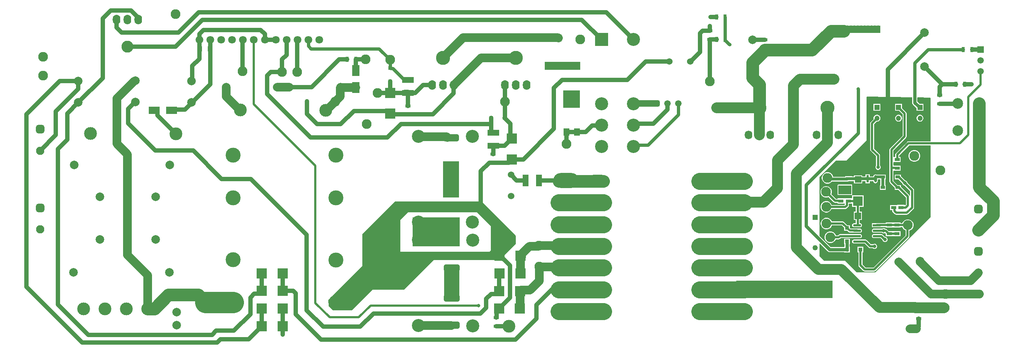
<source format=gbr>
%TF.GenerationSoftware,Altium Limited,Altium Designer,24.3.1 (35)*%
G04 Layer_Physical_Order=2*
G04 Layer_Color=16711680*
%FSLAX43Y43*%
%MOMM*%
%TF.SameCoordinates,2EF1D394-34E5-4190-8ABA-250447B0B6E5*%
%TF.FilePolarity,Positive*%
%TF.FileFunction,Copper,L2,Bot,Signal*%
%TF.Part,Single*%
G01*
G75*
%TA.AperFunction,Conductor*%
%ADD14C,3.000*%
%ADD15C,2.000*%
%ADD16C,0.500*%
%ADD17C,1.000*%
%ADD18C,4.000*%
%ADD19C,2.500*%
%ADD22C,5.000*%
%TA.AperFunction,NonConductor*%
%ADD23C,4.000*%
%TA.AperFunction,Conductor*%
%ADD24C,0.800*%
%ADD25C,0.400*%
%TA.AperFunction,ComponentPad*%
%ADD29C,1.524*%
%ADD30C,3.048*%
%ADD31O,5.000X3.000*%
%ADD32O,6.000X3.500*%
%ADD33C,3.500*%
%ADD34C,2.500*%
%ADD35C,2.000*%
%ADD36C,2.286*%
%ADD37C,3.000*%
%ADD38C,1.950*%
G04:AMPARAMS|DCode=39|XSize=1.95mm|YSize=1.95mm|CornerRadius=0.488mm|HoleSize=0mm|Usage=FLASHONLY|Rotation=90.000|XOffset=0mm|YOffset=0mm|HoleType=Round|Shape=RoundedRectangle|*
%AMROUNDEDRECTD39*
21,1,1.950,0.975,0,0,90.0*
21,1,0.975,1.950,0,0,90.0*
1,1,0.975,0.488,0.488*
1,1,0.975,0.488,-0.488*
1,1,0.975,-0.488,-0.488*
1,1,0.975,-0.488,0.488*
%
%ADD39ROUNDEDRECTD39*%
%ADD40O,1.778X2.032*%
%ADD41C,3.302*%
%ADD42O,1.778X2.286*%
%ADD43C,2.794*%
%ADD44C,1.800*%
%ADD45C,1.500*%
G04:AMPARAMS|DCode=46|XSize=1.5mm|YSize=1.5mm|CornerRadius=0.375mm|HoleSize=0mm|Usage=FLASHONLY|Rotation=180.000|XOffset=0mm|YOffset=0mm|HoleType=Round|Shape=RoundedRectangle|*
%AMROUNDEDRECTD46*
21,1,1.500,0.750,0,0,180.0*
21,1,0.750,1.500,0,0,180.0*
1,1,0.750,-0.375,0.375*
1,1,0.750,0.375,0.375*
1,1,0.750,0.375,-0.375*
1,1,0.750,-0.375,-0.375*
%
%ADD46ROUNDEDRECTD46*%
%ADD47R,3.048X3.048*%
%ADD48R,1.500X1.500*%
%ADD49R,1.200X1.200*%
%ADD50C,1.200*%
%ADD51C,1.250*%
%ADD52R,1.250X1.250*%
%TA.AperFunction,ViaPad*%
%ADD53C,1.500*%
%ADD54C,0.800*%
%TA.AperFunction,SMDPad,CuDef*%
%ADD55R,1.250X0.800*%
G04:AMPARAMS|DCode=56|XSize=3.7mm|YSize=1.7mm|CornerRadius=0.425mm|HoleSize=0mm|Usage=FLASHONLY|Rotation=0.000|XOffset=0mm|YOffset=0mm|HoleType=Round|Shape=RoundedRectangle|*
%AMROUNDEDRECTD56*
21,1,3.700,0.850,0,0,0.0*
21,1,2.850,1.700,0,0,0.0*
1,1,0.850,1.425,-0.425*
1,1,0.850,-1.425,-0.425*
1,1,0.850,-1.425,0.425*
1,1,0.850,1.425,0.425*
%
%ADD56ROUNDEDRECTD56*%
%ADD57R,1.405X2.806*%
%ADD58R,2.400X2.400*%
%ADD59R,0.800X1.250*%
%ADD60R,0.950X0.900*%
%ADD61R,2.400X2.400*%
%ADD62R,0.900X0.950*%
%ADD63R,2.500X1.700*%
%ADD64R,1.700X2.500*%
%ADD65R,2.806X1.405*%
%ADD66R,1.450X1.800*%
%ADD67R,0.627X1.659*%
G04:AMPARAMS|DCode=68|XSize=1.659mm|YSize=0.627mm|CornerRadius=0.313mm|HoleSize=0mm|Usage=FLASHONLY|Rotation=270.000|XOffset=0mm|YOffset=0mm|HoleType=Round|Shape=RoundedRectangle|*
%AMROUNDEDRECTD68*
21,1,1.659,0.000,0,0,270.0*
21,1,1.032,0.627,0,0,270.0*
1,1,0.627,0.000,-0.516*
1,1,0.627,0.000,0.516*
1,1,0.627,0.000,0.516*
1,1,0.627,0.000,-0.516*
%
%ADD68ROUNDEDRECTD68*%
%ADD69R,2.300X2.300*%
%ADD70R,1.556X1.505*%
G04:AMPARAMS|DCode=71|XSize=1.874mm|YSize=0.543mm|CornerRadius=0.272mm|HoleSize=0mm|Usage=FLASHONLY|Rotation=180.000|XOffset=0mm|YOffset=0mm|HoleType=Round|Shape=RoundedRectangle|*
%AMROUNDEDRECTD71*
21,1,1.874,0.000,0,0,180.0*
21,1,1.331,0.543,0,0,180.0*
1,1,0.543,-0.665,0.000*
1,1,0.543,0.665,0.000*
1,1,0.543,0.665,0.000*
1,1,0.543,-0.665,0.000*
%
%ADD71ROUNDEDRECTD71*%
%ADD72R,1.874X0.543*%
%ADD73R,1.000X0.700*%
%ADD74R,1.505X1.556*%
%TA.AperFunction,Conductor*%
%ADD75C,0.300*%
%ADD76C,0.700*%
%ADD77C,1.500*%
%ADD78R,11.125X6.733*%
%ADD79R,3.751X8.473*%
%ADD80R,3.674X7.622*%
%ADD81R,9.050X1.850*%
%ADD82R,9.050X1.775*%
%ADD83R,3.014X2.025*%
%ADD84R,22.500X4.040*%
%ADD85R,3.975X4.125*%
%ADD86R,8.325X1.894*%
G36*
X208488Y58823D02*
Y57575D01*
X208535Y57341D01*
X208667Y57142D01*
X209532Y56278D01*
Y55665D01*
X211132D01*
Y57265D01*
X210275D01*
X209712Y57828D01*
Y58717D01*
X209802Y58806D01*
X212775Y58768D01*
X212817Y58666D01*
Y48484D01*
X207616D01*
X207440Y48449D01*
X207292Y48349D01*
X204669Y45727D01*
X204570Y45578D01*
X204535Y45403D01*
Y44940D01*
X204445Y44850D01*
X204168Y44850D01*
X204109Y44952D01*
Y46359D01*
X207092Y49342D01*
X207191Y49491D01*
X207226Y49666D01*
Y54983D01*
X207191Y55158D01*
X207092Y55307D01*
X206117Y56282D01*
Y57265D01*
X204517D01*
Y55665D01*
X205436D01*
X206309Y54793D01*
Y49856D01*
X203326Y46873D01*
X203226Y46724D01*
X203191Y46549D01*
Y42240D01*
Y39070D01*
X203226Y38895D01*
X203326Y38746D01*
X204444Y37628D01*
Y37177D01*
X205199D01*
X205244Y37168D01*
X205274D01*
X207055Y35386D01*
Y33717D01*
X206866Y33527D01*
X206739Y33580D01*
Y33628D01*
X205138D01*
X205089Y33628D01*
X204962Y33627D01*
X203361D01*
Y32427D01*
X203857D01*
Y32245D01*
X203892Y32070D01*
X203992Y31921D01*
X204460Y31452D01*
X204609Y31353D01*
X204785Y31318D01*
X207264D01*
X207440Y31353D01*
X207588Y31452D01*
X208813Y32677D01*
X208913Y32826D01*
X208948Y33002D01*
Y37029D01*
X208913Y37205D01*
X208813Y37354D01*
X207392Y38775D01*
Y38846D01*
X207301Y39066D01*
X207132Y39235D01*
X206911Y39326D01*
X206841D01*
X205844Y40323D01*
Y40727D01*
X204444D01*
Y39627D01*
X205199D01*
X205244Y39618D01*
X205252D01*
X206192Y38677D01*
Y38607D01*
X206283Y38386D01*
X206452Y38218D01*
X206673Y38126D01*
X206743D01*
X208030Y36839D01*
Y35843D01*
X207903Y35804D01*
X207838Y35901D01*
X205844Y37896D01*
Y38277D01*
X205092D01*
X204109Y39260D01*
Y41548D01*
X204168Y41650D01*
X205818D01*
Y42850D01*
X204168D01*
X204109Y42952D01*
Y43548D01*
X204168Y43650D01*
X204236Y43650D01*
X205818D01*
Y44850D01*
X205452D01*
Y45212D01*
X207806Y47566D01*
X212817D01*
Y30742D01*
X199900Y17825D01*
X195534D01*
X192834Y20525D01*
X187902D01*
X186825Y21602D01*
Y24533D01*
X186942Y24582D01*
X188796Y22728D01*
X188995Y22596D01*
X189229Y22549D01*
X192614D01*
Y22477D01*
X193914D01*
Y23827D01*
X193885D01*
Y24427D01*
X193958D01*
Y25727D01*
X192608D01*
Y24427D01*
X192662D01*
Y23827D01*
X192614D01*
Y23773D01*
X189482D01*
X186825Y26430D01*
Y40159D01*
X190623Y43957D01*
X193129D01*
X197802Y48630D01*
Y58869D01*
X197892Y58958D01*
X208488Y58823D01*
D02*
G37*
G36*
X115825Y26400D02*
Y24525D01*
X115757Y24457D01*
Y24457D01*
X112025Y20725D01*
X96600D01*
X89625Y13750D01*
X82250D01*
X77450Y8950D01*
X72975Y8950D01*
X71986Y9939D01*
X71936Y11401D01*
X72449Y11913D01*
X79900Y19365D01*
Y26775D01*
X87525Y34400D01*
X107825D01*
X115825Y26400D01*
D02*
G37*
%LPC*%
G36*
X201077Y57265D02*
X199477D01*
Y55665D01*
X201077D01*
Y57265D01*
D02*
G37*
G36*
X210437Y54725D02*
X210226D01*
X210023Y54670D01*
X209840Y54565D01*
X209692Y54416D01*
X209586Y54234D01*
X209532Y54030D01*
Y53820D01*
X209586Y53616D01*
X209692Y53434D01*
X209840Y53285D01*
X210023Y53180D01*
X210226Y53125D01*
X210437D01*
X210640Y53180D01*
X210823Y53285D01*
X210972Y53434D01*
X211077Y53616D01*
X211132Y53820D01*
Y54030D01*
X211077Y54234D01*
X210972Y54416D01*
X210823Y54565D01*
X210640Y54670D01*
X210437Y54725D01*
D02*
G37*
G36*
X205422D02*
X205211D01*
X205008Y54670D01*
X204825Y54565D01*
X204677Y54416D01*
X204571Y54234D01*
X204517Y54030D01*
Y53820D01*
X204571Y53616D01*
X204677Y53434D01*
X204825Y53285D01*
X205008Y53180D01*
X205211Y53125D01*
X205422D01*
X205625Y53180D01*
X205808Y53285D01*
X205957Y53434D01*
X206062Y53616D01*
X206117Y53820D01*
Y54030D01*
X206062Y54234D01*
X205957Y54416D01*
X205808Y54565D01*
X205625Y54670D01*
X205422Y54725D01*
D02*
G37*
G36*
X209202Y46443D02*
X208848D01*
X208507Y46351D01*
X208200Y46175D01*
X207950Y45925D01*
X207774Y45618D01*
X207682Y45277D01*
Y44923D01*
X207774Y44582D01*
X207950Y44275D01*
X208200Y44025D01*
X208507Y43849D01*
X208848Y43757D01*
X209202D01*
X209543Y43849D01*
X209850Y44025D01*
X210100Y44275D01*
X210276Y44582D01*
X210368Y44923D01*
Y45277D01*
X210276Y45618D01*
X210100Y45925D01*
X209850Y46175D01*
X209543Y46351D01*
X209202Y46443D01*
D02*
G37*
G36*
X200382Y54725D02*
X200171D01*
X199968Y54670D01*
X199785Y54565D01*
X199637Y54416D01*
X199531Y54234D01*
X199477Y54030D01*
Y53820D01*
X199497Y53745D01*
X198826Y53074D01*
X198726Y52926D01*
X198691Y52750D01*
Y46577D01*
X198726Y46401D01*
X198826Y46252D01*
X200063Y45015D01*
Y42824D01*
X200013Y42774D01*
X199922Y42554D01*
Y42315D01*
X200013Y42095D01*
X200182Y41926D01*
X200402Y41834D01*
X200641D01*
X200862Y41926D01*
X201030Y42095D01*
X201122Y42315D01*
Y42554D01*
X201030Y42774D01*
X200981Y42824D01*
Y45205D01*
X200946Y45381D01*
X200846Y45529D01*
X199609Y46767D01*
Y52560D01*
X200174Y53125D01*
X200382D01*
X200585Y53180D01*
X200768Y53285D01*
X200917Y53434D01*
X201022Y53616D01*
X201077Y53820D01*
Y54030D01*
X201022Y54234D01*
X200917Y54416D01*
X200768Y54565D01*
X200585Y54670D01*
X200382Y54725D01*
D02*
G37*
G36*
X188902Y41295D02*
X188548D01*
X188207Y41203D01*
X187900Y41026D01*
X187650Y40776D01*
X187474Y40470D01*
X187382Y40128D01*
Y39775D01*
X187474Y39433D01*
X187650Y39127D01*
X187900Y38877D01*
X188207Y38700D01*
X188548Y38609D01*
X188902D01*
X189243Y38700D01*
X189550Y38877D01*
X189753Y39080D01*
X193272D01*
X193487Y39123D01*
X193567Y39177D01*
X194458D01*
Y39192D01*
X194886D01*
Y38650D01*
X196842D01*
Y39192D01*
X197591D01*
Y38699D01*
X198617D01*
Y39192D01*
X199415D01*
X199450Y39012D01*
X199564Y38842D01*
X199734Y38729D01*
X199934Y38689D01*
X200134Y38729D01*
X200304Y38842D01*
X200418Y39012D01*
X200458Y39212D01*
Y39541D01*
X200472Y39616D01*
X201083D01*
Y38277D01*
X200944D01*
Y37177D01*
X201589D01*
X201644Y37166D01*
X201698Y37177D01*
X202344D01*
Y38277D01*
X202204D01*
Y39627D01*
X202344D01*
Y40727D01*
X201698D01*
X201644Y40737D01*
X200087D01*
X199934Y40768D01*
X199734Y40728D01*
X199564Y40614D01*
X199450Y40444D01*
X199440Y40390D01*
X199416Y40355D01*
X199408Y40313D01*
X198617D01*
Y40758D01*
X197591D01*
Y40313D01*
X196842D01*
Y40555D01*
X194886D01*
Y40313D01*
X194458D01*
Y40377D01*
X192808D01*
Y40201D01*
X190048D01*
X189976Y40470D01*
X189800Y40776D01*
X189550Y41026D01*
X189243Y41203D01*
X188902Y41295D01*
D02*
G37*
G36*
X194258Y38380D02*
X191244D01*
X191166Y38365D01*
X191100Y38321D01*
X191056Y38255D01*
X191040Y38177D01*
Y36152D01*
X191044Y36132D01*
Y35952D01*
X191224D01*
X191244Y35948D01*
X194258D01*
X194278Y35952D01*
X194313D01*
X194419Y35902D01*
X194419Y35830D01*
Y35152D01*
X192821D01*
X192808Y35152D01*
X192694Y35152D01*
X192681Y35152D01*
X191044D01*
Y35051D01*
X190664D01*
X189610Y36105D01*
X189641Y36158D01*
X189732Y36500D01*
Y36853D01*
X189641Y37195D01*
X189464Y37501D01*
X189214Y37751D01*
X188907Y37928D01*
X188566Y38020D01*
X188212D01*
X187871Y37928D01*
X187564Y37751D01*
X187314Y37501D01*
X187138Y37195D01*
X187046Y36853D01*
Y36500D01*
X187138Y36158D01*
X187314Y35852D01*
X187564Y35602D01*
X187871Y35425D01*
X188212Y35334D01*
X188566D01*
X188907Y35425D01*
X188961Y35456D01*
X190149Y34267D01*
X190298Y34168D01*
X190474Y34133D01*
X191044D01*
Y33952D01*
X192672D01*
X192694Y33952D01*
X192799Y33898D01*
Y33715D01*
X192694Y33610D01*
X189692D01*
X189666Y33708D01*
X189489Y34014D01*
X189239Y34264D01*
X188932Y34441D01*
X188591Y34532D01*
X188237D01*
X187896Y34441D01*
X187589Y34264D01*
X187339Y34014D01*
X187163Y33708D01*
X187071Y33366D01*
Y33013D01*
X187163Y32671D01*
X187339Y32365D01*
X187589Y32115D01*
X187896Y31938D01*
X188237Y31846D01*
X188591D01*
X188932Y31938D01*
X189239Y32115D01*
X189489Y32365D01*
X189666Y32671D01*
X189671Y32693D01*
X192884D01*
X193060Y32728D01*
X193209Y32827D01*
X193582Y33201D01*
X193682Y33350D01*
X193717Y33525D01*
Y33952D01*
X194419D01*
Y33202D01*
X195310D01*
Y32055D01*
X194841D01*
Y30098D01*
X195334D01*
Y29362D01*
X194938D01*
X194754Y29326D01*
X194598Y29222D01*
X194493Y29066D01*
X194457Y28882D01*
X194493Y28697D01*
X194598Y28541D01*
X194754Y28437D01*
X194938Y28401D01*
X196268D01*
X196452Y28437D01*
X196608Y28541D01*
X196713Y28697D01*
X196749Y28882D01*
X196713Y29066D01*
X196608Y29222D01*
X196452Y29326D01*
X196268Y29362D01*
X196252D01*
Y30098D01*
X196746D01*
Y32055D01*
X196228D01*
Y33202D01*
X197119D01*
Y35902D01*
X194564D01*
X194458Y35952D01*
X194458Y36024D01*
Y36133D01*
X194462Y36152D01*
Y38177D01*
X194458Y38196D01*
Y38377D01*
X194278D01*
X194258Y38380D01*
D02*
G37*
G36*
X207666Y30238D02*
X207312D01*
X206971Y30147D01*
X206664Y29970D01*
X206414Y29720D01*
X206238Y29413D01*
X206225Y29367D01*
X205766D01*
Y29509D01*
X204116D01*
Y29509D01*
X204016D01*
Y29509D01*
X202366D01*
Y29354D01*
X200249D01*
X200245Y29353D01*
X199098D01*
Y28410D01*
X201372D01*
Y28436D01*
X202366D01*
Y28309D01*
X204016D01*
Y28309D01*
X204116D01*
Y28309D01*
X205766D01*
Y28450D01*
X206218D01*
X206238Y28377D01*
X206414Y28070D01*
X206664Y27820D01*
X206947Y27657D01*
Y26470D01*
X199435Y18959D01*
X197593D01*
X196873Y19679D01*
Y22477D01*
X197064D01*
Y23827D01*
X195764D01*
Y22477D01*
X195955D01*
Y19489D01*
X195990Y19313D01*
X196090Y19165D01*
X197079Y18176D01*
X197227Y18076D01*
X197403Y18041D01*
X199625D01*
X199801Y18076D01*
X199949Y18176D01*
X207730Y25956D01*
X207829Y26105D01*
X207864Y26280D01*
Y27605D01*
X208007Y27644D01*
X208314Y27820D01*
X208564Y28070D01*
X208741Y28377D01*
X208832Y28718D01*
Y29072D01*
X208741Y29413D01*
X208564Y29720D01*
X208314Y29970D01*
X208007Y30147D01*
X207666Y30238D01*
D02*
G37*
G36*
X201958Y28202D02*
X201720D01*
X201499Y28110D01*
X201454Y28065D01*
X201037D01*
X200900Y28092D01*
X199570D01*
X199386Y28056D01*
X199230Y27952D01*
X199125Y27796D01*
X199089Y27612D01*
X199125Y27427D01*
X199230Y27271D01*
X199386Y27167D01*
X199570Y27131D01*
X200900D01*
X200986Y27148D01*
X201444D01*
X201499Y27093D01*
X201720Y27002D01*
X201958D01*
X202146Y27079D01*
X202366Y26860D01*
Y26309D01*
X204016D01*
Y26309D01*
X204116D01*
Y26309D01*
X205766D01*
Y27509D01*
X204116D01*
Y27509D01*
X204016D01*
Y27509D01*
X203015D01*
X202655Y27869D01*
X202506Y27968D01*
X202331Y28003D01*
X202286D01*
X202179Y28110D01*
X201958Y28202D01*
D02*
G37*
G36*
X188641Y30593D02*
X188287D01*
X187946Y30501D01*
X187640Y30325D01*
X187389Y30075D01*
X187213Y29768D01*
X187121Y29427D01*
Y29073D01*
X187213Y28732D01*
X187389Y28425D01*
X187640Y28175D01*
X187946Y27999D01*
X188287Y27907D01*
X188641D01*
X188983Y27999D01*
X189289Y28175D01*
X189539Y28425D01*
X189716Y28732D01*
X189738Y28816D01*
X192061D01*
X192608Y28269D01*
Y27577D01*
X193300D01*
X193582Y27295D01*
X193730Y27196D01*
X193906Y27161D01*
X194785D01*
X194938Y27131D01*
X196268D01*
X196452Y27167D01*
X196608Y27271D01*
X196713Y27427D01*
X196749Y27612D01*
X196713Y27796D01*
X196608Y27952D01*
X196452Y28056D01*
X196268Y28092D01*
X194938D01*
X194868Y28079D01*
X194096D01*
X193958Y28217D01*
Y28877D01*
X193298D01*
X192575Y29599D01*
X192426Y29699D01*
X192251Y29734D01*
X189725D01*
X189716Y29768D01*
X189539Y30075D01*
X189289Y30325D01*
X188983Y30501D01*
X188641Y30593D01*
D02*
G37*
G36*
X189541Y27413D02*
X189188D01*
X188846Y27321D01*
X188540Y27145D01*
X188290Y26894D01*
X188113Y26588D01*
X188022Y26247D01*
Y25893D01*
X188113Y25551D01*
X188290Y25245D01*
X188540Y24995D01*
X188846Y24818D01*
X189188Y24727D01*
X189541D01*
X189883Y24818D01*
X190189Y24995D01*
X190439Y25245D01*
X190616Y25551D01*
X190620Y25566D01*
X191319D01*
X191494Y25601D01*
X191643Y25700D01*
X191825Y25883D01*
X194826D01*
X194938Y25861D01*
X196268D01*
X196452Y25897D01*
X196608Y26001D01*
X196713Y26157D01*
X196749Y26342D01*
X196713Y26526D01*
X196608Y26682D01*
X196452Y26786D01*
X196268Y26822D01*
X194938D01*
X194826Y26800D01*
X191635D01*
X191460Y26765D01*
X191311Y26666D01*
X191129Y26484D01*
X190644D01*
X190616Y26588D01*
X190439Y26894D01*
X190189Y27145D01*
X189883Y27321D01*
X189541Y27413D01*
D02*
G37*
G36*
X200900Y26822D02*
X199570D01*
X199386Y26786D01*
X199230Y26682D01*
X199125Y26526D01*
X199089Y26342D01*
X199125Y26157D01*
X199230Y26001D01*
X199386Y25897D01*
X199570Y25861D01*
X200900D01*
X200970Y25874D01*
X201101D01*
X201579Y25396D01*
X201666Y25185D01*
X201835Y25016D01*
X202056Y24925D01*
X202294D01*
X202515Y25016D01*
X202684Y25185D01*
X202775Y25406D01*
Y25644D01*
X202684Y25865D01*
X202515Y26034D01*
X202294Y26125D01*
X202148D01*
X201615Y26658D01*
X201466Y26757D01*
X201291Y26792D01*
X201053D01*
X200900Y26822D01*
D02*
G37*
G36*
X196268Y25552D02*
X194938D01*
X194754Y25516D01*
X194598Y25412D01*
X194493Y25256D01*
X194457Y25072D01*
X194493Y24887D01*
X194598Y24731D01*
X194754Y24627D01*
X194938Y24591D01*
X196268D01*
X196380Y24613D01*
X197361D01*
X198327Y23646D01*
X198476Y23547D01*
X198652Y23512D01*
X199286D01*
X199393Y23405D01*
X199613Y23313D01*
X199852D01*
X200073Y23405D01*
X200241Y23574D01*
X200333Y23794D01*
Y24033D01*
X200241Y24253D01*
X200073Y24422D01*
X199852Y24513D01*
X199613D01*
X199411Y24430D01*
X198842D01*
X197876Y25396D01*
X197727Y25495D01*
X197551Y25530D01*
X196380D01*
X196268Y25552D01*
D02*
G37*
G36*
X106700Y31925D02*
X90625D01*
X88825Y30125D01*
X88825Y22650D01*
X109637D01*
X109937Y22950D01*
X109921Y28704D01*
X106700Y31925D01*
D02*
G37*
%LPD*%
D14*
X127575Y39213D02*
X134941D01*
X127448D02*
X127575D01*
X134941D02*
X136304D01*
X125907D02*
X127448D01*
X185075Y69875D02*
X189525Y74325D01*
X192515D01*
X174084Y69875D02*
X185075D01*
X172800Y56400D02*
Y61800D01*
X171175Y63425D02*
X172800Y61800D01*
X171175Y63425D02*
Y66916D01*
X224184Y51001D02*
Y57351D01*
Y45468D02*
Y51001D01*
X224175Y37808D02*
Y45393D01*
X224184Y45403D01*
X171191Y66941D02*
X173800Y69550D01*
X227466Y31175D02*
Y34474D01*
X224265Y37675D02*
X227466Y34474D01*
X224041Y27750D02*
X227466Y31175D01*
X29725Y9300D02*
X31275D01*
X34550Y12575D02*
X41525D01*
X31275Y9300D02*
X34550Y12575D01*
X41525D02*
X43275Y10825D01*
D15*
X123300Y72800D02*
X125625D01*
X93033Y49625D02*
X99650D01*
X99825Y49450D01*
X22475Y47950D02*
Y58550D01*
X93039Y5414D02*
X100760D01*
X214776Y15899D02*
X222191D01*
X224041Y17750D01*
X210350Y20325D02*
X214776Y15899D01*
X212925Y12750D02*
X224265D01*
X205350Y20325D02*
X212925Y12750D01*
X210350Y20325D02*
Y20500D01*
X86450Y54969D02*
X86594Y54825D01*
X29650Y9375D02*
Y17175D01*
X24950Y21875D02*
Y45475D01*
Y21875D02*
X29650Y17175D01*
X209212Y9600D02*
X209262Y9550D01*
X215993D02*
X216125Y9418D01*
X208000Y4600D02*
X209493D01*
X98742Y68077D02*
X103465Y72800D01*
X123175D01*
X125625D02*
X125750Y72675D01*
X116861Y13561D02*
X116975Y13675D01*
X119125D02*
X121275Y15825D01*
X116975Y13675D02*
X119125D01*
X121275Y15825D02*
Y19150D01*
X116775Y9394D02*
Y13475D01*
X22475Y58550D02*
X26436Y62511D01*
X22475Y47950D02*
X24950Y45475D01*
X143350Y57325D02*
X143400Y57375D01*
X114191Y5225D02*
X114207Y5209D01*
X48041Y59009D02*
Y61225D01*
Y59009D02*
X51200Y55850D01*
X117181Y22156D02*
X118981Y23956D01*
X117181Y21900D02*
Y22156D01*
X118981Y23956D02*
X121004D01*
X116981Y21700D02*
X117181Y21900D01*
X116981Y21245D02*
X117136Y21400D01*
X121004Y23956D02*
X121093Y24045D01*
X116936Y21245D02*
X116981D01*
X117136Y21400D02*
Y21445D01*
X121093Y24045D02*
X121132Y24007D01*
X116900Y17550D02*
Y21164D01*
X74791Y61225D02*
X74915Y61101D01*
X78391D01*
X73517Y57776D02*
X74716Y58975D01*
X121282Y19143D02*
X127878D01*
X121241Y24115D02*
X127868D01*
X121225Y24100D02*
X121241Y24115D01*
X127868D02*
X127884Y24131D01*
X107632Y68077D02*
X115767D01*
X101282Y61727D02*
X107632Y68077D01*
X60041Y61225D02*
X62791D01*
X74716Y58975D02*
Y61000D01*
X71291Y55550D02*
X73517Y57776D01*
D16*
X204117Y35028D02*
X205914D01*
X81825Y10050D02*
X107100D01*
X205667Y56083D02*
X206767Y54983D01*
Y49666D02*
Y54983D01*
X199150Y46577D02*
Y52750D01*
X200277Y53877D01*
X199150Y46577D02*
X200522Y45205D01*
X221600Y49975D02*
Y58875D01*
X224525Y61800D02*
Y64870D01*
X221600Y58875D02*
X224525Y61800D01*
X201291Y26333D02*
X202099Y25525D01*
X196414Y23152D02*
X196434Y23171D01*
X199625Y18500D02*
X207405Y26280D01*
X202099Y25525D02*
X202175D01*
X200522Y42434D02*
Y45205D01*
X198652Y23971D02*
X199675D01*
X199733Y23913D01*
X197551Y25072D02*
X198652Y23971D01*
X195603Y25072D02*
X197551D01*
X197595Y31102D02*
X200144Y33652D01*
X199103Y25072D02*
X200235D01*
X197675Y26500D02*
X199103Y25072D01*
X197675Y26500D02*
Y30996D01*
X219650Y48025D02*
X221600Y49975D01*
X207616Y48025D02*
X219650D01*
X204993Y45403D02*
X207616Y48025D01*
X200243Y26333D02*
X201291D01*
X200235Y26342D02*
X200243Y26333D01*
X192251Y29275D02*
X192574Y28952D01*
X188489Y29275D02*
X192251D01*
X200144Y33652D02*
X200269D01*
X197595Y31077D02*
X197675Y30996D01*
X207405Y26280D02*
Y28811D01*
X197403Y18500D02*
X199625D01*
X207405Y28811D02*
X207489Y28895D01*
X196414Y19489D02*
X197403Y18500D01*
X196414Y19489D02*
Y23152D01*
X200249Y28895D02*
X204580D01*
X192884Y33152D02*
X193258Y33525D01*
Y34112D01*
X188452Y33152D02*
X192884D01*
X188414Y33189D02*
X188452Y33152D01*
X190474Y34592D02*
X190799D01*
X188389Y36677D02*
X190474Y34592D01*
X189365Y26025D02*
X189365Y26025D01*
X191319D01*
X162737Y77587D02*
X162750Y77573D01*
X161325Y77600D02*
X161338Y77587D01*
X205348Y56433D02*
X205667Y56115D01*
X205317Y56433D02*
X205348D01*
X205667Y56083D02*
Y56115D01*
X206792Y38726D02*
X208489Y37029D01*
X205442Y40077D02*
X208489Y37029D01*
X203650Y42240D02*
X203685Y42275D01*
X203650Y39070D02*
Y42240D01*
X203685Y42275D02*
X205200D01*
X203650Y42240D02*
Y46549D01*
X206767Y49666D01*
X204993Y44250D02*
Y45403D01*
X203650Y39070D02*
X203729Y38991D01*
X204994Y37727D01*
X201834Y27607D02*
X201896Y27544D01*
X188414Y36702D02*
X188464Y36651D01*
X190799Y34592D02*
X191829D01*
X191869Y34552D01*
X200235Y27612D02*
X200240Y27607D01*
X202966Y26909D02*
X204941D01*
X201896Y27544D02*
X202331D01*
X200240Y27607D02*
X201834D01*
X202331Y27544D02*
X202966Y26909D01*
X205144Y37727D02*
X205244Y37627D01*
X207514Y33527D02*
Y35577D01*
X205464Y37627D02*
X207514Y35577D01*
X205244Y37627D02*
X205464D01*
X204994Y37727D02*
X205144D01*
Y40177D02*
X205244Y40077D01*
X208489Y33002D02*
Y37029D01*
X205244Y40077D02*
X205442D01*
X204316Y32245D02*
X204785Y31777D01*
X207264D02*
X208489Y33002D01*
X204785Y31777D02*
X207264D01*
X204316Y32245D02*
Y33027D01*
X204186D02*
X204316D01*
X204941Y28909D02*
X207476D01*
X207489Y28895D01*
X203191Y28909D02*
X204594D01*
X200235Y28882D02*
X200249Y28895D01*
X193258Y28227D02*
X193308D01*
X193508Y28027D01*
Y28018D02*
Y28027D01*
X193058Y28427D02*
X193258Y28227D01*
X192574Y28952D02*
X193058Y28468D01*
Y28427D02*
Y28468D01*
X193906Y27620D02*
X195595D01*
X193508Y28018D02*
X193906Y27620D01*
X202856Y35003D02*
X204092D01*
X201620D02*
X202856D01*
X200269Y33652D02*
X201169Y34552D01*
X197595Y31077D02*
Y31102D01*
X201169Y34552D02*
X201620Y35003D01*
X200189Y35452D02*
X200269D01*
X201169Y34552D01*
X199019Y36622D02*
Y37775D01*
Y36622D02*
X200189Y35452D01*
X207015Y33028D02*
X207514Y33527D01*
X205914Y33028D02*
X207015D01*
X195595Y27620D02*
X195603Y27612D01*
X195773Y28882D02*
X195793Y28902D01*
Y31077D01*
X195603Y28882D02*
X195773D01*
X193633Y34552D02*
X195769D01*
X193408D02*
X193633D01*
X195769Y31101D02*
X195793Y31077D01*
X195769Y31101D02*
Y34552D01*
X195877Y37788D02*
X199006D01*
X193258Y34112D02*
Y34402D01*
X193408Y34552D01*
X191319Y26025D02*
X191635Y26342D01*
X195603D01*
X68925Y10650D02*
X72275Y7300D01*
X54461Y57239D02*
X68925Y42775D01*
Y10650D02*
Y42775D01*
X72275Y7300D02*
X79075D01*
X54461Y57239D02*
Y72250D01*
X79075Y7300D02*
X81825Y10050D01*
X111894Y17425D02*
X112019Y17550D01*
X116756Y9375D02*
X116775Y9394D01*
X116900Y17550D02*
X116936Y17586D01*
X51898Y72227D02*
X51921Y72250D01*
X51875Y64925D02*
X51898Y64948D01*
X121275Y19150D02*
X121282Y19143D01*
X127878D02*
X127884Y19137D01*
D17*
X214950Y61250D02*
X215550Y61850D01*
X214950Y59300D02*
Y61250D01*
X214900Y57275D02*
X219109D01*
X216276Y61850D02*
X218775D01*
X215550D02*
X216276D01*
X46700Y2175D02*
X53300D01*
X14400Y1425D02*
X45950D01*
X46700Y2175D01*
X114675Y40675D02*
X115979Y39371D01*
X118124D01*
X107600Y41514D02*
X109611Y43525D01*
X107600Y33050D02*
Y41514D01*
X109611Y43525D02*
X114154D01*
X111875Y9375D02*
X114450Y11950D01*
X111350Y8850D02*
X111875Y9375D01*
X57091Y72250D02*
X59631D01*
X57007D02*
X57091D01*
X41761Y67811D02*
Y72250D01*
X40125Y62389D02*
Y66175D01*
X100760Y5414D02*
X100799Y5454D01*
X93000Y5375D02*
X93039Y5414D01*
X129726Y13925D02*
X129807Y13844D01*
X202800Y57936D02*
X206589D01*
X208275Y53442D02*
Y56250D01*
X206589Y57936D02*
X208275Y56250D01*
Y53442D02*
X210332Y51385D01*
X202800Y65350D02*
X211425Y73975D01*
X202800Y57937D02*
Y65350D01*
X220820Y61895D02*
X222425D01*
X211425Y65975D02*
X215550Y61850D01*
X201040Y23573D02*
Y24838D01*
X198642Y21175D02*
X201040Y23573D01*
X224542Y69950D02*
X224542Y69950D01*
X222550Y69950D02*
X224542D01*
X171175Y72300D02*
X174025D01*
X202800Y51385D02*
Y57936D01*
X42450Y76975D02*
X131200D01*
X36175Y70700D02*
X42450Y76975D01*
X24985Y70700D02*
X27600D01*
X36175D01*
X120625Y6975D02*
Y10225D01*
X124223Y13823D02*
X127554D01*
X120625Y10225D02*
X124223Y13823D01*
X143659Y52634D02*
X147969D01*
X151250Y55915D02*
Y57375D01*
X147969Y52634D02*
X151250Y55915D01*
X89824Y59849D02*
X92224D01*
X89175Y54875D02*
X96400D01*
X200277Y51385D02*
X202800D01*
X205317D01*
X117549Y44249D02*
X124725Y51425D01*
Y61000D02*
X126625Y62900D01*
X124725Y51425D02*
Y61000D01*
X114878Y44249D02*
X117549D01*
X115700Y2050D02*
X120625Y6975D01*
X1350Y14475D02*
X14400Y1425D01*
X1350Y14475D02*
Y54871D01*
X15775Y3225D02*
X44725D01*
X8725Y10275D02*
Y46700D01*
Y10275D02*
X15775Y3225D01*
X19200Y63325D02*
Y77275D01*
X21075Y79150D02*
X25825D01*
X19200Y77275D02*
X21075Y79150D01*
X161149Y62575D02*
Y71767D01*
X159461Y74375D02*
X161149D01*
X158875Y69400D02*
Y73789D01*
X156700Y67225D02*
X158875Y69400D01*
Y73789D02*
X159461Y74375D01*
X156625Y67225D02*
X156700D01*
X161162Y72388D02*
X162737D01*
X161149Y72375D02*
X161162Y72388D01*
X162737D02*
X162750Y72400D01*
X161338Y77587D02*
X162737D01*
X161149Y71767D02*
Y72375D01*
Y74375D02*
Y75525D01*
X126625Y62900D02*
X141900D01*
X146225Y67225D02*
X151675D01*
X141900Y62900D02*
X146225Y67225D01*
X195864Y37801D02*
X195877Y37788D01*
X1350Y54871D02*
X9079Y62600D01*
X27525Y77050D02*
Y77450D01*
X25825Y79150D02*
X27525Y77450D01*
X209493Y4600D02*
X209994Y5101D01*
Y7000D01*
X44301Y61876D02*
Y72250D01*
X23625Y73975D02*
X36875D01*
X41650Y78750D02*
X136925D01*
X36875Y73975D02*
X41650Y78750D01*
X13475Y57600D02*
X19200Y63325D01*
X8725Y46700D02*
X10900Y48875D01*
Y55025D02*
X13475Y57600D01*
X10900Y48875D02*
Y55025D01*
X8200Y55550D02*
X13450Y60800D01*
X4550Y46325D02*
X8200Y49975D01*
Y55550D01*
X45675Y4175D02*
X48025D01*
X44725Y3225D02*
X45675Y4175D01*
X49825D02*
X53700Y8050D01*
Y11925D01*
X54575Y12800D01*
X55694D01*
X48025Y4175D02*
X49825D01*
X55694Y12800D02*
X56394Y13500D01*
X13450Y60800D02*
Y62575D01*
X13475Y62600D01*
X9079D02*
X13475D01*
X53300Y2175D02*
X56375Y5250D01*
X131200Y76975D02*
X135850Y72325D01*
X22445Y75155D02*
X23625Y73975D01*
X22445Y75155D02*
Y77050D01*
X136925Y78750D02*
X143350Y72325D01*
X61256Y3275D02*
Y9400D01*
X56394Y13500D02*
Y17625D01*
X56394Y17625D02*
X56394Y17625D01*
Y13500D02*
X56394Y13500D01*
X56375Y5250D02*
Y9400D01*
X70250Y2050D02*
X115700D01*
X64325Y7975D02*
X70250Y2050D01*
X64325Y7975D02*
Y12900D01*
X61275Y13500D02*
X63725D01*
X64325Y12900D01*
X61275Y13500D02*
Y17625D01*
X61275Y17625D02*
X61275Y17625D01*
Y13500D02*
X61275Y13500D01*
X66875Y8975D02*
Y26675D01*
X53850Y39700D02*
X66875Y26675D01*
X46998Y39700D02*
X53850D01*
X40353Y46345D02*
X46998Y39700D01*
X31480Y46345D02*
X40353D01*
X25100Y52725D02*
X31480Y46345D01*
X25100Y54630D02*
Y56075D01*
Y52725D02*
Y54630D01*
X66875Y8975D02*
X70750Y5100D01*
X79423D01*
X25100Y56075D02*
X26725Y57700D01*
X40125Y66175D02*
X41761Y67811D01*
X35470Y55958D02*
X38383D01*
X44301Y61876D01*
X35241Y55729D02*
X35470Y55958D01*
X31991Y54584D02*
Y55379D01*
X31241Y55729D02*
X31641D01*
X31991Y54584D02*
X36300Y50275D01*
X31641Y55729D02*
X31991Y55379D01*
X143350Y52325D02*
X143659Y52634D01*
X133660Y52238D02*
X135763D01*
X127625Y50725D02*
X132147D01*
X135763Y52238D02*
X135850Y52325D01*
X132147Y50725D02*
X133660Y52238D01*
X127637Y47888D02*
Y50713D01*
Y47888D02*
X127650Y47875D01*
X127625Y50725D02*
X127637Y50713D01*
X90525Y59849D02*
X92224D01*
X74825Y52525D02*
X77925Y55625D01*
X66925Y54894D02*
X69294Y52525D01*
X74825D01*
X66925Y54894D02*
Y57850D01*
X85794Y55625D02*
X86450Y54969D01*
X77925Y55625D02*
X85794D01*
X89175Y54825D02*
X90525D01*
X86594D02*
X89175D01*
X85750Y49400D02*
X88925Y52575D01*
X57600Y59550D02*
X67750Y49400D01*
X85750D01*
X108875Y9575D02*
Y11625D01*
X82548Y8225D02*
X107525D01*
X108875Y9575D01*
Y11625D02*
X110049Y12799D01*
X111218D01*
X111894Y13475D01*
X79423Y5100D02*
X82548Y8225D01*
X57600Y59550D02*
Y63875D01*
X58503Y64778D02*
X61125D01*
X57600Y63875D02*
X58503Y64778D01*
X88925Y52575D02*
X110075D01*
X110050Y52675D02*
Y54000D01*
X110075Y50753D02*
Y52675D01*
X111225Y7225D02*
X111325Y7325D01*
X111350D01*
Y8850D01*
X111225Y5225D02*
X114191D01*
X41761Y72250D02*
X41765Y72254D01*
Y73640D02*
X42717Y74592D01*
X56133D01*
X41765Y72254D02*
Y73640D01*
X57086Y72255D02*
X57091Y72250D01*
X56133Y74592D02*
X57086Y73639D01*
Y72255D02*
Y73639D01*
X31241Y55729D02*
X31246Y55733D01*
X36296Y50271D02*
X36300Y50275D01*
X112025Y21700D02*
X112725Y21000D01*
X112900D02*
X114450Y19450D01*
Y11950D02*
Y19450D01*
X112725Y21000D02*
X112900D01*
X112723Y23598D02*
X114257Y25132D01*
X112723Y22323D02*
Y23598D01*
X112100Y21700D02*
X112723Y22323D01*
X114257Y25132D02*
Y25184D01*
X111894Y13475D02*
Y17425D01*
X78375Y67675D02*
X80700D01*
X80700Y67675D01*
X78375Y67675D02*
X78375Y67675D01*
X78383Y65109D02*
X78391Y65101D01*
X78375Y67675D02*
X78383Y67667D01*
Y65109D02*
Y67667D01*
X62791Y61225D02*
X68043D01*
X74493Y67675D01*
X76375D01*
X64646Y64757D02*
Y72186D01*
X61125Y64778D02*
Y67675D01*
X62171Y68721D01*
Y72250D01*
X51898Y64948D02*
Y72227D01*
X86422Y59825D02*
X86449Y59852D01*
X83500Y59825D02*
X86422D01*
X83475Y59799D02*
X83500Y59825D01*
X121327Y39371D02*
X127884D01*
X121125Y39169D02*
X121327Y39371D01*
X121125Y39100D02*
Y39169D01*
X113227Y57825D02*
Y61727D01*
X113197Y47449D02*
X114878Y49130D01*
X110550Y47449D02*
X113197D01*
X110525Y45550D02*
Y47424D01*
X110550Y47449D01*
X110500Y45525D02*
X110525Y45550D01*
X113200Y54000D02*
X114550Y52650D01*
Y49166D02*
Y52650D01*
X110277Y50551D02*
X110325D01*
X110075Y50753D02*
X110277Y50551D01*
X113275Y54175D02*
Y57777D01*
X113227Y57825D02*
X113275Y57777D01*
X101250Y59725D02*
Y61695D01*
X96400Y54875D02*
X101250Y59725D01*
X89175Y59849D02*
X89824D01*
X92224D02*
X94102Y61727D01*
X96202D01*
X90525Y56825D02*
Y59799D01*
X89824Y60124D02*
X90525D01*
X90525Y56825D02*
X90525Y56825D01*
X89551Y59850D02*
X89824Y60124D01*
X86450Y59850D02*
X89551D01*
X86449Y59852D02*
X86450Y59850D01*
X86449Y59852D02*
Y62525D01*
D18*
X167834Y18979D02*
X169197D01*
X160214D02*
X167834D01*
X158800D02*
X160214D01*
X127575Y29053D02*
X134941D01*
X125907D02*
X127575D01*
X169084Y34219D02*
X169197D01*
X167834D02*
X169084D01*
X160214D02*
X167834D01*
X158800D02*
X160214D01*
X167834Y8733D02*
X169197D01*
X160214D02*
X167834D01*
X158800D02*
X160214D01*
X167834Y29053D02*
X169197D01*
X160214D02*
X167834D01*
X158800D02*
X160214D01*
X167834Y39213D02*
X169197D01*
X160214D02*
X167834D01*
X158800D02*
X160214D01*
X134941Y8733D02*
X136304D01*
X127575D02*
X134941D01*
X125907D02*
X127575D01*
Y13813D02*
X134941D01*
X127448D02*
X127575D01*
X126874D02*
X127448D01*
X126198D02*
X126874D01*
X134941D02*
X136304D01*
X125907D02*
X126198D01*
X125907Y18979D02*
X127575D01*
X134941D01*
X127575Y23973D02*
X134941D01*
X125907D02*
X127575D01*
X134941Y29053D02*
X136304D01*
X134941Y23973D02*
X136304D01*
X134941Y18979D02*
X136304D01*
X158800Y13813D02*
X169197D01*
D19*
X188644Y63075D02*
X190225D01*
X187844D02*
X188644D01*
X186269D02*
X187844D01*
X185469D02*
X186269D01*
X184669D02*
X185469D01*
X180700Y61495D02*
X182280Y63075D01*
X183844D02*
X184669D01*
X182280D02*
X183844D01*
X167000Y34250D02*
X173700D01*
X180700Y47775D02*
Y61495D01*
X172800Y50050D02*
Y56400D01*
X177025Y44100D02*
X180700Y47775D01*
X173700Y34250D02*
X177025Y37575D01*
Y44100D01*
X188717Y50027D02*
Y56377D01*
X162775Y56375D02*
X172775D01*
X181400Y40914D02*
X188717Y48231D01*
X181400Y23700D02*
X186550Y18550D01*
X181400Y23700D02*
Y40914D01*
X186550Y18550D02*
X191900D01*
X188717Y48231D02*
Y50027D01*
X200850Y9600D02*
X209212D01*
X209262Y9550D02*
X215993D01*
X191900Y18550D02*
X200850Y9600D01*
D22*
X43275Y10825D02*
X49650D01*
D23*
X158800Y23973D02*
X169197D01*
X125907Y34219D02*
X136304D01*
D24*
X209100Y57575D02*
Y66825D01*
X212225Y69950D02*
X220450D01*
X209100Y66825D02*
X212225Y69950D01*
X210010Y56665D02*
X210132D01*
X210332Y56465D01*
X209100Y57575D02*
X210010Y56665D01*
X195875Y50450D02*
Y60775D01*
X195850Y60800D02*
X195875Y60775D01*
X143650Y47625D02*
X146675D01*
X153790Y54740D02*
Y57375D01*
X146675Y47625D02*
X153790Y54740D01*
X183725Y28665D02*
Y38300D01*
X195875Y50450D01*
X164750Y72175D02*
Y77573D01*
X165775Y71150D02*
X165825D01*
X164750Y72175D02*
X165775Y71150D01*
X189229Y23161D02*
X193273D01*
X183725Y28665D02*
X189229Y23161D01*
X193264Y23127D02*
Y23152D01*
X193273Y23161D02*
Y25067D01*
X193264Y23152D02*
X193273Y23161D01*
Y25067D02*
X193283Y25077D01*
X143350Y47325D02*
X143650Y47625D01*
X67251Y70799D02*
X67850Y70200D01*
X67251Y70799D02*
Y72250D01*
X67850Y70200D02*
X83810D01*
X86385Y67625D01*
X86448D02*
X86449Y67625D01*
X89422Y63203D02*
X90223D01*
X87000Y65625D02*
X89422Y63203D01*
X86499Y65625D02*
X87000D01*
X86449Y65675D02*
X86499Y65625D01*
X90223Y63203D02*
X90525Y62901D01*
X86449Y65675D02*
Y67625D01*
D25*
X114154Y43525D02*
X114878Y44249D01*
D29*
X114675Y35725D02*
D03*
Y40675D02*
D03*
X151675Y67225D02*
D03*
X156625D02*
D03*
D30*
X105667Y29592D02*
D03*
Y49658D02*
D03*
X93000Y25441D02*
D03*
Y5375D02*
D03*
Y49658D02*
D03*
Y29592D02*
D03*
X105725Y5271D02*
D03*
Y25337D02*
D03*
X143350Y72325D02*
D03*
X135850Y57325D02*
D03*
Y52325D02*
D03*
Y47325D02*
D03*
X143350D02*
D03*
Y52325D02*
D03*
Y57325D02*
D03*
D31*
X160214Y13813D02*
D03*
Y18979D02*
D03*
Y23973D02*
D03*
Y29053D02*
D03*
Y34219D02*
D03*
Y39213D02*
D03*
X134941Y8733D02*
D03*
Y13813D02*
D03*
Y18979D02*
D03*
Y23973D02*
D03*
Y29053D02*
D03*
Y34219D02*
D03*
Y39213D02*
D03*
X160214Y8733D02*
D03*
D32*
X167834Y13813D02*
D03*
Y18979D02*
D03*
Y23973D02*
D03*
Y29053D02*
D03*
Y34219D02*
D03*
Y39213D02*
D03*
Y8733D02*
D03*
X127575Y13940D02*
D03*
Y19106D02*
D03*
Y24100D02*
D03*
Y29180D02*
D03*
Y34346D02*
D03*
Y39340D02*
D03*
Y8860D02*
D03*
D33*
X73700Y45275D02*
D03*
Y35275D02*
D03*
X49650Y10825D02*
D03*
Y20825D02*
D03*
Y35275D02*
D03*
Y45275D02*
D03*
X73700Y20700D02*
D03*
Y10700D02*
D03*
D34*
X224184Y51001D02*
D03*
X219184D02*
D03*
Y57351D02*
D03*
X224184D02*
D03*
D35*
X211425Y73975D02*
D03*
Y65975D02*
D03*
X171150Y66941D02*
D03*
Y72275D02*
D03*
X205350Y20325D02*
D03*
X210350D02*
D03*
X208000Y4600D02*
D03*
Y9600D02*
D03*
X13475Y62600D02*
D03*
Y57600D02*
D03*
X39975Y62625D02*
D03*
Y57625D02*
D03*
X26775Y57750D02*
D03*
Y62750D02*
D03*
X31525Y35525D02*
D03*
X18525D02*
D03*
X31525Y25525D02*
D03*
X18525D02*
D03*
X36500Y5450D02*
D03*
Y8550D02*
D03*
X34875Y42975D02*
D03*
X12475D02*
D03*
X34750Y17800D02*
D03*
X12350D02*
D03*
X48041Y61225D02*
D03*
X60041D02*
D03*
X62791D02*
D03*
X74791D02*
D03*
D36*
X162750Y56350D02*
D03*
X5225Y68325D02*
D03*
X216125Y9524D02*
D03*
X216328Y12750D02*
D03*
X5239Y63925D02*
D03*
X83475Y59799D02*
D03*
X86448Y67625D02*
D03*
X51875Y64925D02*
D03*
X73517Y57776D02*
D03*
X127650Y47875D02*
D03*
X80700Y67675D02*
D03*
X80875Y52525D02*
D03*
X61125Y64778D02*
D03*
X198550Y21175D02*
D03*
X130900Y72325D02*
D03*
X36225Y78300D02*
D03*
X64646Y64757D02*
D03*
X121275Y19150D02*
D03*
X121225Y24100D02*
D03*
X188725Y39952D02*
D03*
X189365Y26070D02*
D03*
X215125Y41725D02*
D03*
X113227Y57825D02*
D03*
X207489Y28895D02*
D03*
X188464Y29250D02*
D03*
X224250Y45403D02*
D03*
X161149Y62575D02*
D03*
X188389Y36677D02*
D03*
X188414Y33189D02*
D03*
X209025Y45100D02*
D03*
D37*
X29725Y9300D02*
D03*
X14725D02*
D03*
X19725D02*
D03*
X24725D02*
D03*
X16325Y50325D02*
D03*
X36300Y50275D02*
D03*
X114257Y25184D02*
D03*
X114207Y5209D02*
D03*
X51350Y55850D02*
D03*
X71325Y55800D02*
D03*
D38*
X224041Y17750D02*
D03*
X4550Y46325D02*
D03*
X4575Y27875D02*
D03*
X224041Y27750D02*
D03*
Y37675D02*
D03*
D39*
X224041Y12750D02*
D03*
X4550Y51325D02*
D03*
X4575Y32875D02*
D03*
X224041Y22750D02*
D03*
Y32675D02*
D03*
D40*
X170260Y50050D02*
D03*
X172800D02*
D03*
X175340D02*
D03*
X186177Y50027D02*
D03*
X188717D02*
D03*
X191257D02*
D03*
D41*
X172800Y56400D02*
D03*
X188717Y56377D02*
D03*
X115767Y68077D02*
D03*
X98742D02*
D03*
D42*
X27525Y77050D02*
D03*
X24985D02*
D03*
X22445D02*
D03*
X118307Y61727D02*
D03*
X115767D02*
D03*
X113227D02*
D03*
X96202D02*
D03*
X98742D02*
D03*
X101282D02*
D03*
D43*
X24985Y70700D02*
D03*
D44*
X59631Y72250D02*
D03*
X69791D02*
D03*
X49381D02*
D03*
X51921D02*
D03*
X54461D02*
D03*
X57091D02*
D03*
X44301D02*
D03*
X62171D02*
D03*
X64711D02*
D03*
X67251D02*
D03*
X41761D02*
D03*
X46841D02*
D03*
D45*
X153790Y57375D02*
D03*
X151250D02*
D03*
X224525Y64870D02*
D03*
Y67410D02*
D03*
D46*
X148710Y57375D02*
D03*
D47*
X135850Y72325D02*
D03*
D48*
X224525Y69950D02*
D03*
D49*
X205317Y56465D02*
D03*
X210332D02*
D03*
X200277D02*
D03*
D50*
X205317Y53925D02*
D03*
Y51385D02*
D03*
X210332Y53925D02*
D03*
Y51385D02*
D03*
X200277Y53925D02*
D03*
Y51385D02*
D03*
D51*
X185800Y23600D02*
D03*
D52*
Y30700D02*
D03*
D53*
X101775Y27350D02*
D03*
D54*
X107100Y10050D02*
D03*
X183844Y63760D02*
D03*
X183044D02*
D03*
X182269D02*
D03*
X187044D02*
D03*
X184644D02*
D03*
X185444D02*
D03*
X190244D02*
D03*
X187844D02*
D03*
X189444D02*
D03*
X188644D02*
D03*
X185469Y62960D02*
D03*
X186269D02*
D03*
X187069D02*
D03*
X187869D02*
D03*
X188669D02*
D03*
X189469D02*
D03*
X190244D02*
D03*
X183869D02*
D03*
X183069D02*
D03*
X182269D02*
D03*
X199815Y74425D02*
D03*
X199015D02*
D03*
X198990Y75225D02*
D03*
X193415Y74425D02*
D03*
X194190Y75225D02*
D03*
X194990D02*
D03*
X195815Y74425D02*
D03*
X195790Y75225D02*
D03*
X196615Y74425D02*
D03*
X196590Y75225D02*
D03*
X197390D02*
D03*
X198215Y74425D02*
D03*
X198190Y75225D02*
D03*
X197415Y74425D02*
D03*
X194215D02*
D03*
X195015D02*
D03*
X184669Y62960D02*
D03*
X186244Y63760D02*
D03*
X192615Y75225D02*
D03*
X199790D02*
D03*
X200590D02*
D03*
X193390D02*
D03*
X200615Y74425D02*
D03*
X192615D02*
D03*
X202175Y25525D02*
D03*
X200522Y42434D02*
D03*
X199733Y23913D02*
D03*
X195850Y60800D02*
D03*
X202800Y57936D02*
D03*
X222425Y61895D02*
D03*
X165825Y71150D02*
D03*
X161325Y77600D02*
D03*
X161149Y71767D02*
D03*
Y75525D02*
D03*
X206792Y38726D02*
D03*
X201839Y27602D02*
D03*
X188600Y13825D02*
D03*
X182965Y14650D02*
D03*
X187000Y13825D02*
D03*
X189400D02*
D03*
X185400D02*
D03*
X182200D02*
D03*
X187765Y14650D02*
D03*
X183000Y13825D02*
D03*
X184565Y14650D02*
D03*
X181400Y13825D02*
D03*
X186965Y14650D02*
D03*
X183800Y13825D02*
D03*
X187800D02*
D03*
X184600D02*
D03*
X188565Y14650D02*
D03*
X189365D02*
D03*
X185365D02*
D03*
X186165D02*
D03*
X186200Y13825D02*
D03*
X183765Y14650D02*
D03*
X181365D02*
D03*
X182165D02*
D03*
X61256Y3275D02*
D03*
X66925Y57850D02*
D03*
X202856Y35003D02*
D03*
X192239Y37702D02*
D03*
D55*
X214950Y59300D02*
D03*
Y57300D02*
D03*
X174025Y72300D02*
D03*
Y70300D02*
D03*
X220825Y15375D02*
D03*
Y13375D02*
D03*
X209994Y7000D02*
D03*
Y9000D02*
D03*
X111225Y5225D02*
D03*
Y7225D02*
D03*
X48025Y2175D02*
D03*
Y4175D02*
D03*
X161149Y74375D02*
D03*
Y72375D02*
D03*
X90525Y54825D02*
D03*
Y56825D02*
D03*
X110500Y43525D02*
D03*
Y45525D02*
D03*
X203191Y28909D02*
D03*
Y26909D02*
D03*
X204941Y28909D02*
D03*
Y26909D02*
D03*
X205914Y33028D02*
D03*
Y35028D02*
D03*
X204186Y33027D02*
D03*
Y35027D02*
D03*
X204993Y44250D02*
D03*
Y42250D02*
D03*
X193633Y36552D02*
D03*
Y34552D02*
D03*
X191869Y36552D02*
D03*
Y34552D02*
D03*
X193633Y37777D02*
D03*
Y39777D02*
D03*
D56*
X100675Y36200D02*
D03*
Y29800D02*
D03*
X100825Y25275D02*
D03*
Y18875D02*
D03*
X100675Y42900D02*
D03*
Y49300D02*
D03*
X100799Y11854D02*
D03*
Y5454D02*
D03*
D57*
X118124Y39371D02*
D03*
X121225D02*
D03*
D58*
X86450Y54969D02*
D03*
Y59850D02*
D03*
X114878Y49130D02*
D03*
Y44249D02*
D03*
D59*
X164750Y77573D02*
D03*
X162750D02*
D03*
X23100Y54630D02*
D03*
X25100D02*
D03*
X44075Y70125D02*
D03*
X42075D02*
D03*
X76375Y67675D02*
D03*
X78375D02*
D03*
X164750Y72400D02*
D03*
X162750D02*
D03*
X218775Y61850D02*
D03*
X220775D02*
D03*
X220450Y69950D02*
D03*
X222450D02*
D03*
D60*
X27600Y70725D02*
D03*
X27600Y73875D02*
D03*
X86449Y65675D02*
D03*
X86449Y62525D02*
D03*
X193283Y28227D02*
D03*
X193283Y25077D02*
D03*
D61*
X56375Y9400D02*
D03*
X61256D02*
D03*
X61275Y13500D02*
D03*
X56394D02*
D03*
X112025Y21700D02*
D03*
X116906D02*
D03*
X111875Y9375D02*
D03*
X116756D02*
D03*
X116900Y17550D02*
D03*
X112019D02*
D03*
X61256Y5250D02*
D03*
X56375D02*
D03*
X56394Y17625D02*
D03*
X61275D02*
D03*
X111894Y13475D02*
D03*
X116775D02*
D03*
D62*
X193264Y23152D02*
D03*
X196414Y23152D02*
D03*
X110050Y54000D02*
D03*
X113200Y54000D02*
D03*
D63*
X31241Y55729D02*
D03*
X35241D02*
D03*
D64*
X78391Y65101D02*
D03*
Y61101D02*
D03*
D65*
X90525Y62901D02*
D03*
Y59799D02*
D03*
X110550Y50551D02*
D03*
Y47449D02*
D03*
D66*
X125750Y72675D02*
D03*
Y66125D02*
D03*
X123300Y72675D02*
D03*
Y66125D02*
D03*
X127625Y50725D02*
D03*
Y57275D02*
D03*
X130075Y50725D02*
D03*
Y57275D02*
D03*
X127625Y59525D02*
D03*
Y66075D02*
D03*
X130075Y59525D02*
D03*
Y66075D02*
D03*
D67*
X198104Y39728D02*
D03*
D68*
X199934D02*
D03*
X199019Y37775D02*
D03*
D69*
X201169Y34552D02*
D03*
X195769D02*
D03*
D70*
X195864Y37801D02*
D03*
Y39602D02*
D03*
D71*
X195603Y28882D02*
D03*
Y27612D02*
D03*
Y26342D02*
D03*
Y25072D02*
D03*
X200235D02*
D03*
Y26342D02*
D03*
Y27612D02*
D03*
D72*
Y28882D02*
D03*
D73*
X201644Y40177D02*
D03*
X205144D02*
D03*
Y37727D02*
D03*
X201644D02*
D03*
D74*
X197595Y31077D02*
D03*
X195793D02*
D03*
D75*
X216200Y61775D02*
X216276Y61850D01*
X219109Y57275D02*
X219184Y57351D01*
D76*
X198104Y39752D02*
X199910D01*
X195864D02*
X198104D01*
X193595Y39739D02*
X193633Y39777D01*
X193657Y39752D02*
X195864D01*
X193384D02*
X193657D01*
X193272Y39641D02*
X193384Y39752D01*
X188389Y39641D02*
X193272D01*
X188725Y39952D02*
X188762Y39989D01*
X201644Y37727D02*
Y40177D01*
X199971D02*
X201644D01*
X199934Y39728D02*
Y40140D01*
X199971Y40177D01*
X199910Y39752D02*
X199934Y39728D01*
X193633Y39777D02*
X193657Y39752D01*
D77*
X143400Y57375D02*
X148710D01*
D78*
X97137Y27303D02*
D03*
D79*
X100675Y39613D02*
D03*
D80*
X100812Y15343D02*
D03*
D81*
X186225Y63250D02*
D03*
D82*
X196575Y74738D02*
D03*
D83*
X192751Y37164D02*
D03*
D84*
X178625Y13830D02*
D03*
D85*
X128837Y58362D02*
D03*
D86*
X126738Y66153D02*
D03*
%TF.MD5,6c1932221dbb3d2045e952bfb8880d6a*%
M02*

</source>
